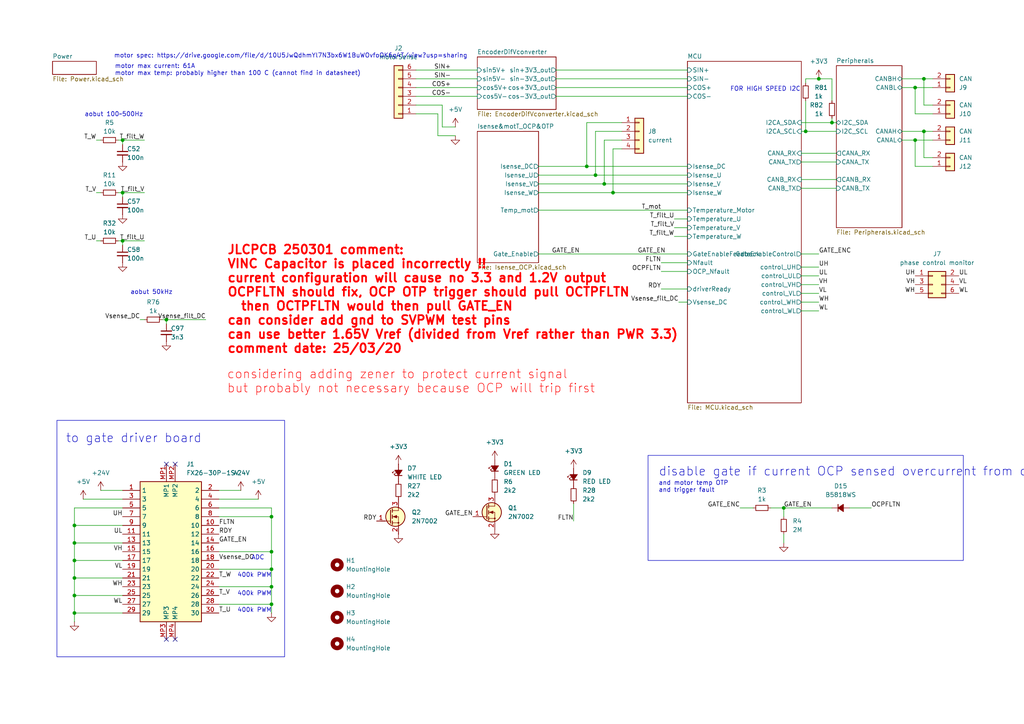
<source format=kicad_sch>
(kicad_sch (version 20231120) (generator "eeschema") (generator_version "8.0")
  (paper "A4")
  (title_block (title "INV_MainBoard_TI") (date "2025-02-28") (rev "1.4") (company "NTURacing Team") (comment 1 "郭哲明 Jack Kuo") (comment 2 "Powertrain Group"))
  (lib_symbols
    (symbol "Connector_Generic:Conn_01x02" (pin_names (offset 1.016) hide)
      (property "Reference" "J" (at 0 2.54 0))
      (property "Value" "Conn_01x02" (at 0 -5.08 0))
      (symbol "Conn_01x02_1_1"
        (rectangle (start -1.27 -2.413) (end 0 -2.667) (stroke (width 0.1524)))
        (rectangle (start -1.27 0.127) (end 0 -0.127) (stroke (width 0.1524)))
        (rectangle (start -1.27 1.27) (end 1.27 -3.81) (stroke (width 0.254)) (fill (type background)))
        (pin passive line (at -5.08 0 0) (length 3.81) (name "Pin_1") (number "1"))
        (pin passive line (at -5.08 -2.54 0) (length 3.81) (name "Pin_2") (number "2"))
      )
    )
    (symbol "Connector_Generic:Conn_01x04" (pin_names (offset 1.016) hide)
      (property "Reference" "J" (at 0 5.08 0))
      (property "Value" "Conn_01x04" (at 0 -7.62 0))
      (symbol "Conn_01x04_1_1"
        (rectangle (start -1.27 -4.953) (end 0 -5.207) (stroke (width 0.1524)))
        (rectangle (start -1.27 -2.413) (end 0 -2.667) (stroke (width 0.1524)))
        (rectangle (start -1.27 0.127) (end 0 -0.127) (stroke (width 0.1524)))
        (rectangle (start -1.27 2.667) (end 0 2.413) (stroke (width 0.1524)))
        (rectangle (start -1.27 3.81) (end 1.27 -6.35) (stroke (width 0.254)) (fill (type background)))
        (pin passive line (at -5.08 2.54 0) (length 3.81) (name "Pin_1") (number "1"))
        (pin passive line (at -5.08 0 0) (length 3.81) (name "Pin_2") (number "2"))
        (pin passive line (at -5.08 -2.54 0) (length 3.81) (name "Pin_3") (number "3"))
        (pin passive line (at -5.08 -5.08 0) (length 3.81) (name "Pin_4") (number "4"))
      )
    )
    (symbol "Connector_Generic:Conn_01x06" (pin_names (offset 1.016) hide)
      (property "Reference" "J" (at 0 7.62 0))
      (property "Value" "Conn_01x06" (at 0 -10.16 0))
      (symbol "Conn_01x06_1_1"
        (rectangle (start -1.27 -7.493) (end 0 -7.747) (stroke (width 0.1524)))
        (rectangle (start -1.27 -4.953) (end 0 -5.207) (stroke (width 0.1524)))
        (rectangle (start -1.27 -2.413) (end 0 -2.667) (stroke (width 0.1524)))
        (rectangle (start -1.27 0.127) (end 0 -0.127) (stroke (width 0.1524)))
        (rectangle (start -1.27 2.667) (end 0 2.413) (stroke (width 0.1524)))
        (rectangle (start -1.27 5.207) (end 0 4.953) (stroke (width 0.1524)))
        (rectangle (start -1.27 6.35) (end 1.27 -8.89) (stroke (width 0.254)) (fill (type background)))
        (pin passive line (at -5.08 5.08 0) (length 3.81) (name "Pin_1") (number "1"))
        (pin passive line (at -5.08 2.54 0) (length 3.81) (name "Pin_2") (number "2"))
        (pin passive line (at -5.08 0 0) (length 3.81) (name "Pin_3") (number "3"))
        (pin passive line (at -5.08 -2.54 0) (length 3.81) (name "Pin_4") (number "4"))
        (pin passive line (at -5.08 -5.08 0) (length 3.81) (name "Pin_5") (number "5"))
        (pin passive line (at -5.08 -7.62 0) (length 3.81) (name "Pin_6") (number "6"))
      )
    )
    (symbol "Connector_Generic:Conn_02x03_Odd_Even" (pin_names (offset 1.016) hide)
      (property "Reference" "J" (at 1.27 5.08 0))
      (property "Value" "Conn_02x03_Odd_Even" (at 1.27 -5.08 0))
      (symbol "Conn_02x03_Odd_Even_1_1"
        (rectangle (start -1.27 -2.413) (end 0 -2.667) (stroke (width 0.1524)))
        (rectangle (start -1.27 0.127) (end 0 -0.127) (stroke (width 0.1524)))
        (rectangle (start -1.27 2.667) (end 0 2.413) (stroke (width 0.1524)))
        (rectangle (start -1.27 3.81) (end 3.81 -3.81) (stroke (width 0.254)) (fill (type background)))
        (rectangle (start 3.81 -2.413) (end 2.54 -2.667) (stroke (width 0.1524)))
        (rectangle (start 3.81 0.127) (end 2.54 -0.127) (stroke (width 0.1524)))
        (rectangle (start 3.81 2.667) (end 2.54 2.413) (stroke (width 0.1524)))
        (pin passive line (at -5.08 2.54 0) (length 3.81) (name "Pin_1") (number "1"))
        (pin passive line (at 7.62 2.54 180) (length 3.81) (name "Pin_2") (number "2"))
        (pin passive line (at -5.08 0 0) (length 3.81) (name "Pin_3") (number "3"))
        (pin passive line (at 7.62 0 180) (length 3.81) (name "Pin_4") (number "4"))
        (pin passive line (at -5.08 -2.54 0) (length 3.81) (name "Pin_5") (number "5"))
        (pin passive line (at 7.62 -2.54 180) (length 3.81) (name "Pin_6") (number "6"))
      )
    )
    (symbol "Device:C_Small" (pin_numbers hide) (pin_names (offset 0.254) hide)
      (property "Reference" "C" (at 0.254 1.778 0))
      (property "Value" "C_Small" (at 0.254 -2.032 0))
      (symbol "C_Small_0_1"
        (polyline (pts (xy -1.524 -0.508) (xy 1.524 -0.508)) (stroke (width 0.3302)))
        (polyline (pts (xy -1.524 0.508) (xy 1.524 0.508)) (stroke (width 0.3048)))
      )
      (symbol "C_Small_1_1"
        (pin passive line (at 0 2.54 270) (length 2.032) (name "~") (number "1"))
        (pin passive line (at 0 -2.54 90) (length 2.032) (name "~") (number "2"))
      )
    )
    (symbol "Device:D_Small_Filled" (pin_numbers hide) (pin_names (offset 0.254) hide)
      (property "Reference" "D" (at -1.27 2.032 0))
      (property "Value" "D_Small_Filled" (at -3.81 -2.032 0))
      (symbol "D_Small_Filled_0_1"
        (polyline (pts (xy -0.762 -1.016) (xy -0.762 1.016)) (stroke (width 0.254)))
        (polyline (pts (xy -0.762 0) (xy 0.762 0)))
        (polyline (pts (xy 0.762 -1.016) (xy -0.762 0) (xy 0.762 1.016) (xy 0.762 -1.016)) (stroke (width 0.254)) (fill (type outline)))
      )
      (symbol "D_Small_Filled_1_1"
        (pin passive line (at -2.54 0 0) (length 1.778) (name "K") (number "1"))
        (pin passive line (at 2.54 0 180) (length 1.778) (name "A") (number "2"))
      )
    )
    (symbol "Device:LED_Small_Filled" (pin_numbers hide) (pin_names (offset 0.254) hide)
      (property "Reference" "D" (at -1.27 3.175 0))
      (property "Value" "LED_Small_Filled" (at -4.445 -2.54 0))
      (symbol "LED_Small_Filled_0_1"
        (polyline (pts (xy -0.762 -1.016) (xy -0.762 1.016)) (stroke (width 0.254)))
        (polyline (pts (xy 1.016 0) (xy -0.762 0)))
        (polyline (pts (xy 0.762 -1.016) (xy -0.762 0) (xy 0.762 1.016) (xy 0.762 -1.016)) (stroke (width 0.254)) (fill (type outline)))
        (polyline (pts (xy 0 0.762) (xy -0.508 1.27) (xy -0.254 1.27) (xy -0.508 1.27) (xy -0.508 1.016)))
        (polyline (pts (xy 0.508 1.27) (xy 0 1.778) (xy 0.254 1.778) (xy 0 1.778) (xy 0 1.524)))
      )
      (symbol "LED_Small_Filled_1_1"
        (pin passive line (at -2.54 0 0) (length 1.778) (name "K") (number "1"))
        (pin passive line (at 2.54 0 180) (length 1.778) (name "A") (number "2"))
      )
    )
    (symbol "Device:R_Small" (pin_numbers hide) (pin_names (offset 0.254) hide)
      (property "Reference" "R" (at 0.762 0.508 0))
      (property "Value" "R_Small" (at 0.762 -1.016 0))
      (symbol "R_Small_0_1"
        (rectangle (start -0.762 1.778) (end 0.762 -1.778) (stroke (width 0.2032)))
      )
      (symbol "R_Small_1_1"
        (pin passive line (at 0 2.54 270) (length 0.762) (name "~") (number "1"))
        (pin passive line (at 0 -2.54 90) (length 0.762) (name "~") (number "2"))
      )
    )
    (symbol "Mechanical:MountingHole" (pin_names (offset 1.016)) (exclude_from_sim yes) (in_bom no)
      (property "Reference" "H" (at 0 5.08 0))
      (property "Value" "MountingHole" (at 0 3.175 0))
      (symbol "MountingHole_0_1"
        (circle (center 0 0) (radius 1.27) (stroke (width 1.27)))
      )
    )
    (symbol "PCM_Transistor_MOSFET_AKL:2N7002" (pin_names hide)
      (property "Reference" "Q" (at 5.08 1.27 0))
      (property "Value" "2N7002" (at 5.08 -1.27 0))
      (symbol "2N7002_0_1"
        (polyline (pts (xy 0.254 -1.27) (xy -2.54 -1.27)))
        (polyline (pts (xy 0.254 1.905) (xy 0.254 -1.905)) (stroke (width 0.254)))
        (polyline (pts (xy 0.762 -1.778) (xy 2.54 -1.778)))
        (polyline (pts (xy 0.762 -1.27) (xy 0.762 -2.286)) (stroke (width 0.254)))
        (polyline (pts (xy 0.762 0.508) (xy 0.762 -0.508)) (stroke (width 0.254)))
        (polyline (pts (xy 0.762 2.286) (xy 0.762 1.27)) (stroke (width 0.254)))
        (polyline (pts (xy 2.54 1.778) (xy 0.762 1.778)))
        (polyline (pts (xy 2.54 2.54) (xy 2.54 1.778)))
        (polyline (pts (xy 2.54 -2.54) (xy 2.54 0) (xy 0.762 0)))
        (polyline (pts (xy 1.016 0) (xy 2.032 0.381) (xy 2.032 -0.381) (xy 1.016 0)) (fill (type outline)))
        (circle (center 1.651 0) (radius 2.794) (stroke (width 0.254)) (fill (type background)))
        (circle (center 2.54 -1.778) (radius 0.1778) (fill (type outline)))
      )
      (symbol "2N7002_1_1"
        (pin input line (at -3.81 -1.27 0) (length 2.54) (name "G") (number "1"))
        (pin passive line (at 2.54 -5.08 90) (length 2.54) (name "S") (number "2"))
        (pin passive line (at 2.54 5.08 270) (length 2.54) (name "D") (number "3"))
      )
    )
    (symbol "SamacSys_Parts_EP6:FX26-30P-1SV"
      (property "Reference" "J" (at 46.99 12.7 0))
      (property "Value" "FX26-30P-1SV" (at 46.99 10.16 0))
      (symbol "FX26-30P-1SV_1_1"
        (rectangle (start 5.08 7.62) (end 45.72 -10.16) (stroke (width 0.254)) (fill (type background)))
        (pin passive line (at 7.62 -15.24 90) (length 5.08) (name "1") (number "1"))
        (pin passive line (at 17.78 12.7 270) (length 5.08) (name "10") (number "10"))
        (pin passive line (at 20.32 -15.24 90) (length 5.08) (name "11") (number "11"))
        (pin passive line (at 20.32 12.7 270) (length 5.08) (name "12") (number "12"))
        (pin passive line (at 22.86 -15.24 90) (length 5.08) (name "13") (number "13"))
        (pin passive line (at 22.86 12.7 270) (length 5.08) (name "14") (number "14"))
        (pin passive line (at 25.4 -15.24 90) (length 5.08) (name "15") (number "15"))
        (pin passive line (at 25.4 12.7 270) (length 5.08) (name "16") (number "16"))
        (pin passive line (at 27.94 -15.24 90) (length 5.08) (name "17") (number "17"))
        (pin passive line (at 27.94 12.7 270) (length 5.08) (name "18") (number "18"))
        (pin passive line (at 30.48 -15.24 90) (length 5.08) (name "19") (number "19"))
        (pin passive line (at 7.62 12.7 270) (length 5.08) (name "2") (number "2"))
        (pin passive line (at 30.48 12.7 270) (length 5.08) (name "20") (number "20"))
        (pin passive line (at 33.02 -15.24 90) (length 5.08) (name "21") (number "21"))
        (pin passive line (at 33.02 12.7 270) (length 5.08) (name "22") (number "22"))
        (pin passive line (at 35.56 -15.24 90) (length 5.08) (name "23") (number "23"))
        (pin passive line (at 35.56 12.7 270) (length 5.08) (name "24") (number "24"))
        (pin passive line (at 38.1 -15.24 90) (length 5.08) (name "25") (number "25"))
        (pin passive line (at 38.1 12.7 270) (length 5.08) (name "26") (number "26"))
        (pin passive line (at 40.64 -15.24 90) (length 5.08) (name "27") (number "27"))
        (pin passive line (at 40.64 12.7 270) (length 5.08) (name "28") (number "28"))
        (pin passive line (at 43.18 -15.24 90) (length 5.08) (name "29") (number "29"))
        (pin passive line (at 10.16 -15.24 90) (length 5.08) (name "3") (number "3"))
        (pin passive line (at 43.18 12.7 270) (length 5.08) (name "30") (number "30"))
        (pin passive line (at 10.16 12.7 270) (length 5.08) (name "4") (number "4"))
        (pin passive line (at 12.7 -15.24 90) (length 5.08) (name "5") (number "5"))
        (pin passive line (at 12.7 12.7 270) (length 5.08) (name "6") (number "6"))
        (pin passive line (at 15.24 -15.24 90) (length 5.08) (name "7") (number "7"))
        (pin passive line (at 15.24 12.7 270) (length 5.08) (name "8") (number "8"))
        (pin passive line (at 17.78 -15.24 90) (length 5.08) (name "9") (number "9"))
        (pin passive line (at 0 -2.54 0) (length 5.08) (name "MP1") (number "MP1"))
        (pin passive line (at 0 0 0) (length 5.08) (name "MP2") (number "MP2"))
        (pin passive line (at 50.8 -2.54 180) (length 5.08) (name "MP3") (number "MP3"))
        (pin passive line (at 50.8 0 180) (length 5.08) (name "MP4") (number "MP4"))
      )
    )
    (symbol "power:+24V" (power) (pin_numbers hide) (pin_names (offset 0) hide)
      (property "Value" "+24V" (at 0 3.556 0))
      (symbol "+24V_0_1"
        (polyline (pts (xy -0.762 1.27) (xy 0 2.54)))
        (polyline (pts (xy 0 0) (xy 0 2.54)))
        (polyline (pts (xy 0 2.54) (xy 0.762 1.27)))
      )
      (symbol "+24V_1_1"
        (pin power_in line (at 0 0 90) (length 0) (name "~") (number "1"))
      )
    )
    (symbol "power:+3V3" (power) (pin_numbers hide) (pin_names (offset 0) hide)
      (property "Value" "+3V3" (at 0 3.556 0))
      (symbol "+3V3_0_1"
        (polyline (pts (xy -0.762 1.27) (xy 0 2.54)))
        (polyline (pts (xy 0 0) (xy 0 2.54)))
        (polyline (pts (xy 0 2.54) (xy 0.762 1.27)))
      )
      (symbol "+3V3_1_1"
        (pin power_in line (at 0 0 90) (length 0) (name "~") (number "1"))
      )
    )
    (symbol "power:+5V" (power) (pin_numbers hide) (pin_names (offset 0) hide)
      (property "Value" "+5V" (at 0 3.556 0))
      (symbol "+5V_0_1"
        (polyline (pts (xy -0.762 1.27) (xy 0 2.54)))
        (polyline (pts (xy 0 0) (xy 0 2.54)))
        (polyline (pts (xy 0 2.54) (xy 0.762 1.27)))
      )
      (symbol "+5V_1_1"
        (pin power_in line (at 0 0 90) (length 0) (name "~") (number "1"))
      )
    )
    (symbol "power:GND" (power) (pin_numbers hide) (pin_names (offset 0) hide)
      (property "Value" "GND" (at 0 -3.81 0))
      (symbol "GND_0_1"
        (polyline (pts (xy 0 0) (xy 0 -1.27) (xy 1.27 -1.27) (xy 0 -2.54) (xy -1.27 -1.27) (xy 0 -1.27)))
      )
      (symbol "GND_1_1"
        (pin power_in line (at 0 0 270) (length 0) (name "~") (number "1"))
      )
    )
  )
  (junction (at 21.59 157.48))
  (junction (at 35.56 55.88))
  (junction (at 35.56 69.85))
  (junction (at 78.74 160.02))
  (junction (at 170.18 48.26))
  (junction (at 177.8 55.88))
  (junction (at 21.59 167.64))
  (junction (at 265.43 40.64))
  (junction (at 233.68 38.1))
  (junction (at 21.59 162.56))
  (junction (at 172.72 50.8))
  (junction (at 78.74 170.18))
  (junction (at 267.97 38.1))
  (junction (at 265.43 25.4))
  (junction (at 35.56 40.64))
  (junction (at 21.59 177.8))
  (junction (at 21.59 172.72))
  (junction (at 237.49 22.86))
  (junction (at 78.74 175.26))
  (junction (at 175.26 53.34))
  (junction (at 241.3 35.56))
  (junction (at 21.59 152.4))
  (junction (at 48.26 92.71))
  (junction (at 267.97 22.86))
  (junction (at 78.74 165.1))
  (junction (at 227.33 147.32))
  (junction (at 78.74 149.86))
  (no_connect (at 48.26 134.62))
  (no_connect (at 50.8 185.42))
  (no_connect (at 50.8 134.62))
  (no_connect (at 48.26 185.42))
  (wire (pts (xy 180.34 43.18) (xy 177.8 43.18)))
  (wire (pts (xy 261.62 22.86) (xy 267.97 22.86)))
  (wire (pts (xy 195.58 63.5) (xy 199.39 63.5)))
  (wire (pts (xy 24.13 144.78) (xy 35.56 144.78)))
  (wire (pts (xy 241.3 22.86) (xy 241.3 29.21)))
  (wire (pts (xy 233.68 29.21) (xy 233.68 38.1)))
  (wire (pts (xy 214.63 147.32) (xy 218.44 147.32)))
  (wire (pts (xy 232.41 44.45) (xy 242.57 44.45)))
  (wire (pts (xy 232.41 38.1) (xy 233.68 38.1)))
  (wire (pts (xy 63.5 160.02) (xy 78.74 160.02)))
  (wire (pts (xy 128.27 36.83) (xy 128.27 30.48)))
  (wire (pts (xy 21.59 177.8) (xy 35.56 177.8)))
  (wire (pts (xy 29.21 142.24) (xy 35.56 142.24)))
  (wire (pts (xy 161.29 20.32) (xy 199.39 20.32)))
  (wire (pts (xy 21.59 157.48) (xy 21.59 162.56)))
  (wire (pts (xy 128.27 30.48) (xy 120.65 30.48)))
  (wire (pts (xy 252.73 147.32) (xy 246.38 147.32)))
  (wire (pts (xy 156.21 48.26) (xy 170.18 48.26)))
  (wire (pts (xy 156.21 73.66) (xy 199.39 73.66)))
  (wire (pts (xy 170.18 48.26) (xy 199.39 48.26)))
  (wire (pts (xy 232.41 54.61) (xy 242.57 54.61)))
  (wire (pts (xy 175.26 40.64) (xy 175.26 53.34)))
  (wire (pts (xy 35.56 71.12) (xy 35.56 69.85)))
  (wire (pts (xy 120.65 27.94) (xy 138.43 27.94)))
  (wire (pts (xy 161.29 27.94) (xy 199.39 27.94)))
  (wire (pts (xy 177.8 43.18) (xy 177.8 55.88)))
  (wire (pts (xy 237.49 85.09) (xy 232.41 85.09)))
  (wire (pts (xy 35.56 55.88) (xy 41.91 55.88)))
  (wire (pts (xy 78.74 165.1) (xy 78.74 160.02)))
  (wire (pts (xy 120.65 25.4) (xy 138.43 25.4)))
  (wire (pts (xy 237.49 87.63) (xy 232.41 87.63)))
  (wire (pts (xy 196.85 87.63) (xy 199.39 87.63)))
  (wire (pts (xy 120.65 22.86) (xy 138.43 22.86)))
  (wire (pts (xy 48.26 92.71) (xy 59.69 92.71)))
  (wire (pts (xy 69.85 142.24) (xy 63.5 142.24)))
  (wire (pts (xy 191.77 78.74) (xy 199.39 78.74)))
  (wire (pts (xy 156.21 50.8) (xy 172.72 50.8)))
  (wire (pts (xy 21.59 147.32) (xy 35.56 147.32)))
  (wire (pts (xy 195.58 66.04) (xy 199.39 66.04)))
  (wire (pts (xy 172.72 38.1) (xy 172.72 50.8)))
  (wire (pts (xy 166.37 151.13) (xy 166.37 146.05)))
  (wire (pts (xy 195.58 68.58) (xy 199.39 68.58)))
  (wire (pts (xy 177.8 55.88) (xy 199.39 55.88)))
  (wire (pts (xy 21.59 162.56) (xy 21.59 167.64)))
  (wire (pts (xy 270.51 48.26) (xy 265.43 48.26)))
  (wire (pts (xy 63.5 147.32) (xy 78.74 147.32)))
  (wire (pts (xy 267.97 38.1) (xy 270.51 38.1)))
  (wire (pts (xy 63.5 165.1) (xy 78.74 165.1)))
  (wire (pts (xy 233.68 24.13) (xy 233.68 22.86)))
  (wire (pts (xy 267.97 22.86) (xy 270.51 22.86)))
  (wire (pts (xy 265.43 40.64) (xy 270.51 40.64)))
  (wire (pts (xy 237.49 90.17) (xy 232.41 90.17)))
  (wire (pts (xy 241.3 34.29) (xy 241.3 35.56)))
  (wire (pts (xy 63.5 175.26) (xy 78.74 175.26)))
  (wire (pts (xy 35.56 57.15) (xy 35.56 55.88)))
  (wire (pts (xy 172.72 50.8) (xy 199.39 50.8)))
  (wire (pts (xy 21.59 147.32) (xy 21.59 152.4)))
  (wire (pts (xy 227.33 147.32) (xy 223.52 147.32)))
  (wire (pts (xy 267.97 30.48) (xy 267.97 22.86)))
  (wire (pts (xy 78.74 147.32) (xy 78.74 149.86)))
  (wire (pts (xy 180.34 35.56) (xy 170.18 35.56)))
  (wire (pts (xy 78.74 170.18) (xy 78.74 165.1)))
  (wire (pts (xy 241.3 147.32) (xy 227.33 147.32)))
  (wire (pts (xy 227.33 157.48) (xy 227.33 154.94)))
  (wire (pts (xy 270.51 45.72) (xy 267.97 45.72)))
  (wire (pts (xy 265.43 25.4) (xy 270.51 25.4)))
  (wire (pts (xy 127 33.02) (xy 120.65 33.02)))
  (wire (pts (xy 21.59 167.64) (xy 21.59 172.72)))
  (wire (pts (xy 21.59 152.4) (xy 21.59 157.48)))
  (wire (pts (xy 35.56 69.85) (xy 41.91 69.85)))
  (wire (pts (xy 127 39.37) (xy 132.08 39.37)))
  (wire (pts (xy 63.5 170.18) (xy 78.74 170.18)))
  (wire (pts (xy 270.51 30.48) (xy 267.97 30.48)))
  (wire (pts (xy 237.49 80.01) (xy 232.41 80.01)))
  (wire (pts (xy 27.94 69.85) (xy 29.21 69.85)))
  (wire (pts (xy 63.5 149.86) (xy 78.74 149.86)))
  (wire (pts (xy 21.59 157.48) (xy 35.56 157.48)))
  (wire (pts (xy 127 39.37) (xy 127 33.02)))
  (wire (pts (xy 78.74 149.86) (xy 78.74 160.02)))
  (wire (pts (xy 21.59 152.4) (xy 35.56 152.4)))
  (wire (pts (xy 48.26 92.71) (xy 46.99 92.71)))
  (wire (pts (xy 35.56 40.64) (xy 34.29 40.64)))
  (wire (pts (xy 170.18 35.56) (xy 170.18 48.26)))
  (wire (pts (xy 237.49 82.55) (xy 232.41 82.55)))
  (wire (pts (xy 35.56 41.91) (xy 35.56 40.64)))
  (wire (pts (xy 120.65 20.32) (xy 138.43 20.32)))
  (wire (pts (xy 267.97 45.72) (xy 267.97 38.1)))
  (wire (pts (xy 27.94 40.64) (xy 29.21 40.64)))
  (wire (pts (xy 237.49 73.66) (xy 232.41 73.66)))
  (wire (pts (xy 237.49 77.47) (xy 232.41 77.47)))
  (wire (pts (xy 227.33 147.32) (xy 227.33 149.86)))
  (wire (pts (xy 261.62 38.1) (xy 267.97 38.1)))
  (wire (pts (xy 21.59 177.8) (xy 21.59 180.34)))
  (wire (pts (xy 21.59 167.64) (xy 35.56 167.64)))
  (wire (pts (xy 237.49 22.86) (xy 241.3 22.86)))
  (wire (pts (xy 34.29 55.88) (xy 35.56 55.88)))
  (wire (pts (xy 233.68 38.1) (xy 242.57 38.1)))
  (wire (pts (xy 232.41 35.56) (xy 241.3 35.56)))
  (wire (pts (xy 27.94 55.88) (xy 29.21 55.88)))
  (wire (pts (xy 270.51 33.02) (xy 265.43 33.02)))
  (wire (pts (xy 35.56 69.85) (xy 34.29 69.85)))
  (wire (pts (xy 180.34 38.1) (xy 172.72 38.1)))
  (wire (pts (xy 241.3 35.56) (xy 242.57 35.56)))
  (wire (pts (xy 156.21 55.88) (xy 177.8 55.88)))
  (wire (pts (xy 48.26 93.98) (xy 48.26 92.71)))
  (wire (pts (xy 156.21 60.96) (xy 199.39 60.96)))
  (wire (pts (xy 261.62 40.64) (xy 265.43 40.64)))
  (wire (pts (xy 232.41 46.99) (xy 242.57 46.99)))
  (wire (pts (xy 21.59 172.72) (xy 35.56 172.72)))
  (wire (pts (xy 161.29 22.86) (xy 199.39 22.86)))
  (wire (pts (xy 191.77 83.82) (xy 199.39 83.82)))
  (wire (pts (xy 261.62 25.4) (xy 265.43 25.4)))
  (wire (pts (xy 132.08 36.83) (xy 128.27 36.83)))
  (wire (pts (xy 180.34 40.64) (xy 175.26 40.64)))
  (wire (pts (xy 191.77 76.2) (xy 199.39 76.2)))
  (wire (pts (xy 233.68 22.86) (xy 237.49 22.86)))
  (wire (pts (xy 161.29 25.4) (xy 199.39 25.4)))
  (wire (pts (xy 74.93 144.78) (xy 63.5 144.78)))
  (wire (pts (xy 156.21 53.34) (xy 175.26 53.34)))
  (wire (pts (xy 41.91 40.64) (xy 35.56 40.64)))
  (wire (pts (xy 175.26 53.34) (xy 199.39 53.34)))
  (wire (pts (xy 21.59 162.56) (xy 35.56 162.56)))
  (wire (pts (xy 78.74 175.26) (xy 78.74 170.18)))
  (wire (pts (xy 78.74 177.8) (xy 78.74 175.26)))
  (wire (pts (xy 265.43 33.02) (xy 265.43 25.4)))
  (wire (pts (xy 40.64 92.71) (xy 41.91 92.71)))
  (wire (pts (xy 21.59 172.72) (xy 21.59 177.8)))
  (wire (pts (xy 265.43 40.64) (xy 265.43 48.26)))
  (wire (pts (xy 232.41 52.07) (xy 242.57 52.07)))
  (rectangle (start 16.51 121.92) (end 82.55 190.5))
  (rectangle (start 187.96 132.08) (end 279.4 162.56))
  (text "motor spec: https://drive.google.com/file/d/10U5JwQdhmYl7N3bx6W1BuWOvfoOK6q4T/view?usp=sharing" (at 33.02 16.256 0) (effects (font (size 1.27 1.27)) (justify left)))
  (text "400k PWM" (at 68.834 167.64 0) (effects (font (size 1.27 1.27)) (justify left bottom)))
  (text "to gate driver board" (at 19.05 125.73 0) (effects (font (size 2.54 2.54)) (justify left top)))
  (text "and motor temp OTP" (at 191.008 140.208 0) (effects (font (size 1.27 1.27)) (justify left)))
  (text "motor max current: 61A\nmotor max temp: probably higher than 100 C (cannot find in datasheet)" (at 33.274 20.32 0) (effects (font (size 1.27 1.27)) (justify left)))
  (text "FOR HIGH SPEED I2C" (at 221.996 25.908 0) (effects (font (size 1.27 1.27))))
  (text "400k PWM" (at 68.834 172.974 0) (effects (font (size 1.27 1.27)) (justify left bottom)))
  (text "400k PWM" (at 68.834 177.8 0) (effects (font (size 1.27 1.27)) (justify left bottom)))
  (text "and trigger fault" (at 191.008 142.24 0) (effects (font (size 1.27 1.27)) (justify left)))
  (text "aobut 50kHz" (at 43.942 84.836 0) (effects (font (size 1.27 1.27))))
  (text "aobut 100~500Hz" (at 33.02 33.274 0) (effects (font (size 1.27 1.27))))
  (text "JLCPCB 250301 comment:\nVINC Capacitor is placed incorrectly !!\ncurrent configuration will cause no 3.3 and 1.2V output\nOCPFLTN should fix, OCP OTP trigger should pull OCTPFLTN\n  then OCTPFLTN would then pull GATE_EN\ncan consider add gnd to SVPWM test pins\ncan use better 1.65V Vref (divided from Vref rather than PWR 3.3)\ncomment date: 25/03/20" (at 65.786 71.12 0) (effects (font (size 2.54 2.54) (thickness 0.508) (bold yes)) (justify left top)))
  (text "disable gate if current OCP sensed overcurrent from curcuit" (at 191.008 135.382 0) (effects (font (size 2.54 2.54)) (justify left top)))
  (text "considering adding zener to protect current signal\nbut probably not necessary because OCP will trip first" (at 65.786 107.188 0) (effects (font (size 2.54 2.54)) (justify left top)))
  (text "ADC" (at 76.708 162.56 0) (effects (font (size 1.27 1.27)) (justify right bottom)))
  (label "WL" (at 278.13 85.09 0))
  (label "WH" (at 35.56 170.18 180))
  (label "FLTN" (at 191.77 76.2 180))
  (label "VL" (at 278.13 82.55 0))
  (label "Vsense_DC" (at 40.64 92.71 180))
  (label "COS+" (at 130.81 25.4 180))
  (label "T_filt_W" (at 41.91 40.64 180))
  (label "OCPFLTN" (at 191.77 78.74 180))
  (label "Vsense_filt_DC" (at 196.85 87.63 180))
  (label "Vsense_DC" (at 63.5 162.56 0))
  (label "VL" (at 35.56 165.1 180))
  (label "GATE_EN" (at 160.02 73.66 0))
  (label "WL" (at 237.49 90.17 0))
  (label "T_V" (at 63.5 172.72 0))
  (label "T_filt_V" (at 195.58 66.04 180))
  (label "GATE_EN" (at 227.33 147.32 0))
  (label "OCPFLTN" (at 252.73 147.32 0))
  (label "T_filt_U" (at 195.58 63.5 180))
  (label "UH" (at 237.49 77.47 0))
  (label "UH" (at 265.43 80.01 180))
  (label "T_filt_V" (at 41.91 55.88 180))
  (label "T_mot" (at 191.77 60.96 180))
  (label "WL" (at 35.56 175.26 180))
  (label "RDY" (at 63.5 154.94 0))
  (label "UL" (at 237.49 80.01 0))
  (label "SIN-" (at 130.81 22.86 180))
  (label "GATE_ENC" (at 214.63 147.32 180))
  (label "VH" (at 35.56 160.02 180))
  (label "SIN+" (at 130.81 20.32 180))
  (label "VH" (at 237.49 82.55 0))
  (label "COS-" (at 130.81 27.94 180))
  (label "GATE_ENC" (at 237.49 73.66 0))
  (label "T_U" (at 63.5 177.8 0))
  (label "FLTN" (at 63.5 152.4 0))
  (label "GATE_EN" (at 63.5 157.48 0))
  (label "T_W" (at 27.94 40.64 180))
  (label "RDY" (at 191.77 83.82 180))
  (label "T_W" (at 63.5 167.64 0))
  (label "GATE_EN" (at 137.16 149.86 180))
  (label "VH" (at 265.43 82.55 180))
  (label "UL" (at 278.13 80.01 0))
  (label "T_U" (at 27.94 69.85 180))
  (label "WH" (at 265.43 85.09 180))
  (label "UH" (at 35.56 149.86 180))
  (label "T_filt_U" (at 41.91 69.85 180))
  (label "Vsense_filt_DC" (at 59.69 92.71 180))
  (label "T_V" (at 27.94 55.88 180))
  (label "GATE_EN" (at 193.04 73.66 180))
  (label "T_filt_W" (at 195.58 68.58 180))
  (label "RDY" (at 109.22 151.13 180))
  (label "WH" (at 237.49 87.63 0))
  (label "FLTN" (at 166.37 151.13 180))
  (label "UL" (at 35.56 154.94 180))
  (label "VL" (at 237.49 85.09 0))
  (symbol (lib_id "Connector_Generic:Conn_01x02") (at 275.59 40.64 0) (mirror x) (unit 1)
    (property "Reference" "J11" (at 278.13 40.64 0) (effects (justify left)))
    (property "Value" "CAN" (at 278.13 38.1 0) (effects (justify left)))
    (property "Footprint" "Connector_JST:JST_XH_B2B-XH-A_1x02_P2.50mm_Vertical" (effects (hide yes)))
    (property "Description" "Generic connector, single row, 01x02, script generated (kicad-library-utils/schlib/autogen/connector/)" (effects (hide yes)))
  )
  (symbol (lib_id "Connector_Generic:Conn_02x03_Odd_Even") (at 270.51 82.55 0) (unit 1)
    (property "Reference" "J7" (at 271.78 73.66 0))
    (property "Value" "phase control monitor" (at 271.78 76.2 0))
    (property "Footprint" "Connector_PinHeader_2.54mm:PinHeader_2x03_P2.54mm_Vertical" (effects (hide yes)))
    (property "Description" "Generic connector, double row, 02x03, odd/even pin numbering scheme (row 1 odd numbers, row 2 even numbers), script generated (kicad-library-utils/schlib/autogen/connector/)" (effects (hide yes)))
  )
  (symbol (lib_id "Device:R_Small") (at 31.75 69.85 90) (mirror x) (unit 1)
    (property "Reference" "R32" (at 31.75 64.77 90))
    (property "Value" "10k" (at 31.75 67.31 90))
    (property "Footprint" "Resistor_SMD:R_0402_1005Metric" (effects (hide yes)))
    (property "Description" "Resistor, small symbol" (effects (hide yes)))
  )
  (symbol (lib_id "Mechanical:MountingHole") (at 97.79 163.83 0) (unit 1)
    (property "Reference" "H1" (at 100.33 162.56 0) (effects (justify left)))
    (property "Value" "MountingHole" (at 100.33 165.1 0) (effects (justify left)))
    (property "Footprint" "MountingHole:MountingHole_3.2mm_M3" (effects (hide yes)))
    (property "Description" "Mounting Hole without connection" (effects (hide yes)))
  )
  (symbol (lib_id "Device:LED_Small_Filled") (at 166.37 138.43 90) (unit 1)
    (property "Reference" "D9" (at 168.91 137.0965 90) (effects (justify right)))
    (property "Value" "RED LED" (at 168.91 139.6365 90) (effects (justify right)))
    (property "Footprint" "LED_SMD:LED_0805_2012Metric" (effects (hide yes)))
    (property "Description" "Light emitting diode, small symbol, filled shape" (effects (hide yes)))
  )
  (symbol (lib_id "Device:D_Small_Filled") (at 243.84 147.32 0) (unit 1)
    (property "Reference" "D15" (at 243.84 140.97 0))
    (property "Value" "B5818WS" (at 243.84 143.51 0))
    (property "Footprint" "Diode_SMD:D_SOD-323" (effects (hide yes)))
    (property "Description" "Diode, small symbol, filled shape" (effects (hide yes)))
    (property "Sim.Device" "D" (effects (hide yes)))
    (property "Sim.Pins" "1=K 2=A" (effects (hide yes)))
  )
  (symbol (lib_id "Connector_Generic:Conn_01x02") (at 275.59 33.02 0) (mirror x) (unit 1)
    (property "Reference" "J10" (at 278.13 33.02 0) (effects (justify left)))
    (property "Value" "CAN" (at 278.13 30.48 0) (effects (justify left)))
    (property "Footprint" "Connector_JST:JST_XH_B2B-XH-A_1x02_P2.50mm_Vertical" (effects (hide yes)))
    (property "Description" "Generic connector, single row, 01x02, script generated (kicad-library-utils/schlib/autogen/connector/)" (effects (hide yes)))
  )
  (symbol (lib_id "power:+3V3") (at 166.37 135.89 0) (unit 1)
    (property "Reference" "#PWR027" (effects (hide yes)))
    (property "Value" "+3V3" (at 166.37 130.81 0))
    (property "Description" "Power symbol creates a global label with name \"+3V3\"" (effects (hide yes)))
  )
  (symbol (lib_id "power:GND") (at 132.08 39.37 0) (unit 1)
    (property "Reference" "#PWR018" (effects (hide yes)))
    (property "Value" "GND" (effects (hide yes)))
    (property "Description" "Power symbol creates a global label with name \"GND\" , ground" (effects (hide yes)))
  )
  (symbol (lib_id "Device:R_Small") (at 227.33 152.4 180) (unit 1)
    (property "Reference" "R4" (at 229.87 151.13 0) (effects (justify right)))
    (property "Value" "2M" (at 229.87 153.67 0) (effects (justify right)))
    (property "Footprint" "Resistor_SMD:R_0603_1608Metric" (effects (hide yes)))
    (property "Description" "Resistor, small symbol" (effects (hide yes)))
  )
  (symbol (lib_id "SamacSys_Parts_EP6:FX26-30P-1SV") (at 50.8 134.62 270) (unit 1)
    (property "Reference" "J1" (at 54.0553 134.62 90) (effects (justify left)))
    (property "Value" "FX26-30P-1SV" (at 54.0553 137.16 90) (effects (justify left)))
    (property "Footprint" "FX2630P1SV" (effects (hide yes)))
    (property "Datasheet" "https://www.hirose.com/en/product/document?clcode=CL0576-1003-0-00&productname=FX26-30P-1SV&series=FX26&documenttype=2DDrawing&lang=en&documentid=0001311927" (effects (hide yes)))
    (property "Description" "30 Position Connector Plug, Floating Surface Mount Gold" (effects (hide yes)))
    (property "Height" "10.45" (effects (hide yes)))
    (property "Mouser Part Number" "798-FX2630P1SV" (effects (hide yes)))
    (property "Mouser Price/Stock" "https://www.mouser.co.uk/ProductDetail/Hirose-Connector/FX26-30P-1SV?qs=4ASt3YYao0VDFwZb5o0YJA%3D%3D" (effects (hide yes)))
    (property "Manufacturer_Name" "Hirose" (effects (hide yes)))
    (property "Manufacturer_Part_Number" "FX26-30P-1SV" (effects (hide yes)))
  )
  (symbol (lib_id "power:GND") (at 143.51 153.67 0) (unit 1)
    (property "Reference" "#PWR048" (effects (hide yes)))
    (property "Value" "GND" (effects (hide yes)))
    (property "Description" "Power symbol creates a global label with name \"GND\" , ground" (effects (hide yes)))
  )
  (symbol (lib_id "Device:R_Small") (at 115.57 142.24 0) (unit 1)
    (property "Reference" "R27" (at 118.11 140.97 0) (effects (justify left)))
    (property "Value" "2k2" (at 118.11 143.51 0) (effects (justify left)))
    (property "Footprint" "Resistor_SMD:R_0402_1005Metric" (effects (hide yes)))
    (property "Description" "Resistor, small symbol" (effects (hide yes)))
  )
  (symbol (lib_id "Device:R_Small") (at 241.3 31.75 0) (mirror y) (unit 1)
    (property "Reference" "R82" (at 238.76 30.48 0) (effects (justify left)))
    (property "Value" "1k" (at 238.76 33.02 0) (effects (justify left)))
    (property "Footprint" "Resistor_SMD:R_0402_1005Metric" (effects (hide yes)))
    (property "Description" "Resistor, small symbol" (effects (hide yes)))
  )
  (symbol (lib_id "Device:R_Small") (at 31.75 55.88 90) (mirror x) (unit 1)
    (property "Reference" "R11" (at 31.75 50.8 90))
    (property "Value" "10k" (at 31.75 53.34 90))
    (property "Footprint" "Resistor_SMD:R_0402_1005Metric" (effects (hide yes)))
    (property "Description" "Resistor, small symbol" (effects (hide yes)))
  )
  (symbol (lib_id "Device:C_Small") (at 48.26 96.52 0) (unit 1)
    (property "Reference" "C97" (at 49.53 95.25 0) (effects (justify left)))
    (property "Value" "3n3" (at 49.53 97.79 0) (effects (justify left)))
    (property "Footprint" "Capacitor_SMD:C_0402_1005Metric" (effects (hide yes)))
    (property "Description" "Unpolarized capacitor, small symbol" (effects (hide yes)))
  )
  (symbol (lib_id "power:GND") (at 78.74 177.8 0) (unit 1)
    (property "Reference" "#PWR0109" (effects (hide yes)))
    (property "Value" "GND" (effects (hide yes)))
    (property "Description" "Power symbol creates a global label with name \"GND\" , ground" (effects (hide yes)))
  )
  (symbol (lib_id "power:GND") (at 21.59 180.34 0) (unit 1)
    (property "Reference" "#PWR0111" (effects (hide yes)))
    (property "Value" "GND" (effects (hide yes)))
    (property "Description" "Power symbol creates a global label with name \"GND\" , ground" (effects (hide yes)))
  )
  (symbol (lib_id "Connector_Generic:Conn_01x02") (at 275.59 48.26 0) (mirror x) (unit 1)
    (property "Reference" "J12" (at 278.13 48.26 0) (effects (justify left)))
    (property "Value" "CAN" (at 278.13 45.72 0) (effects (justify left)))
    (property "Footprint" "Connector_JST:JST_XH_B2B-XH-A_1x02_P2.50mm_Vertical" (effects (hide yes)))
    (property "Description" "Generic connector, single row, 01x02, script generated (kicad-library-utils/schlib/autogen/connector/)" (effects (hide yes)))
  )
  (symbol (lib_id "Device:R_Small") (at 233.68 26.67 0) (unit 1)
    (property "Reference" "R81" (at 236.22 25.4 0) (effects (justify left)))
    (property "Value" "1k" (at 236.22 27.94 0) (effects (justify left)))
    (property "Footprint" "Resistor_SMD:R_0402_1005Metric" (effects (hide yes)))
    (property "Description" "Resistor, small symbol" (effects (hide yes)))
  )
  (symbol (lib_id "Mechanical:MountingHole") (at 97.79 171.45 0) (unit 1)
    (property "Reference" "H2" (at 100.33 170.18 0) (effects (justify left)))
    (property "Value" "MountingHole" (at 100.33 172.72 0) (effects (justify left)))
    (property "Footprint" "MountingHole:MountingHole_3.2mm_M3" (effects (hide yes)))
    (property "Description" "Mounting Hole without connection" (effects (hide yes)))
  )
  (symbol (lib_id "Connector_Generic:Conn_01x04") (at 185.42 38.1 0) (unit 1)
    (property "Reference" "J8" (at 187.96 38.1 0) (effects (justify left)))
    (property "Value" "current" (at 187.96 40.64 0) (effects (justify left)))
    (property "Footprint" "Connector_PinHeader_2.54mm:PinHeader_1x04_P2.54mm_Vertical" (effects (hide yes)))
    (property "Description" "Generic connector, single row, 01x04, script generated (kicad-library-utils/schlib/autogen/connector/)" (effects (hide yes)))
  )
  (symbol (lib_id "Connector_Generic:Conn_01x02") (at 275.59 25.4 0) (mirror x) (unit 1)
    (property "Reference" "J9" (at 278.13 25.4 0) (effects (justify left)))
    (property "Value" "CAN" (at 278.13 22.86 0) (effects (justify left)))
    (property "Footprint" "Connector_JST:JST_XH_B2B-XH-A_1x02_P2.50mm_Vertical" (effects (hide yes)))
    (property "Description" "Generic connector, single row, 01x02, script generated (kicad-library-utils/schlib/autogen/connector/)" (effects (hide yes)))
  )
  (symbol (lib_id "power:GND") (at 35.56 46.99 0) (unit 1)
    (property "Reference" "#PWR015" (effects (hide yes)))
    (property "Value" "GND" (effects (hide yes)))
    (property "Description" "Power symbol creates a global label with name \"GND\" , ground" (effects (hide yes)))
  )
  (symbol (lib_id "Device:R_Small") (at 44.45 92.71 90) (mirror x) (unit 1)
    (property "Reference" "R76" (at 44.45 87.63 90))
    (property "Value" "1k" (at 44.45 90.17 90))
    (property "Footprint" "Resistor_SMD:R_0402_1005Metric" (effects (hide yes)))
    (property "Description" "Resistor, small symbol" (effects (hide yes)))
  )
  (symbol (lib_id "PCM_Transistor_MOSFET_AKL:2N7002") (at 113.03 149.86 0) (unit 1)
    (property "Reference" "Q2" (at 119.38 148.59 0) (effects (justify left)))
    (property "Value" "2N7002" (at 119.38 151.13 0) (effects (justify left)))
    (property "Footprint" "PCM_Package_TO_SOT_SMD_AKL:SOT-23" (effects (hide yes)))
    (property "Datasheet" "https://www.tme.eu/Document/7df5cae36abdfcedddb681f5be886f05/2N7000.pdf" (effects (hide yes)))
    (property "Description" "SOT-23 N-MOSFET enchancement mode transistor, 60V, 115mA, 200mW, Alternate KiCAD Library" (effects (hide yes)))
  )
  (symbol (lib_id "Device:R_Small") (at 143.51 140.97 0) (unit 1)
    (property "Reference" "R6" (at 146.05 139.7 0) (effects (justify left)))
    (property "Value" "2k2" (at 146.05 142.24 0) (effects (justify left)))
    (property "Footprint" "Resistor_SMD:R_0402_1005Metric" (effects (hide yes)))
    (property "Description" "Resistor, small symbol" (effects (hide yes)))
  )
  (symbol (lib_id "power:GND") (at 227.33 157.48 0) (unit 1)
    (property "Reference" "#PWR011" (effects (hide yes)))
    (property "Value" "GND" (effects (hide yes)))
    (property "Description" "Power symbol creates a global label with name \"GND\" , ground" (effects (hide yes)))
  )
  (symbol (lib_id "power:GND") (at 48.26 99.06 0) (unit 1)
    (property "Reference" "#PWR0149" (effects (hide yes)))
    (property "Value" "GND" (effects (hide yes)))
    (property "Description" "Power symbol creates a global label with name \"GND\" , ground" (effects (hide yes)))
  )
  (symbol (lib_id "Device:C_Small") (at 35.56 73.66 0) (unit 1)
    (property "Reference" "C58" (at 36.83 72.39 0) (effects (justify left)))
    (property "Value" "100n" (at 36.83 74.93 0) (effects (justify left)))
    (property "Footprint" "Capacitor_SMD:C_0402_1005Metric" (effects (hide yes)))
    (property "Description" "Unpolarized capacitor, small symbol" (effects (hide yes)))
  )
  (symbol (lib_id "Mechanical:MountingHole") (at 97.79 186.69 0) (unit 1)
    (property "Reference" "H4" (at 100.33 185.42 0) (effects (justify left)))
    (property "Value" "MountingHole" (at 100.33 187.96 0) (effects (justify left)))
    (property "Footprint" "MountingHole:MountingHole_3.2mm_M3" (effects (hide yes)))
    (property "Description" "Mounting Hole without connection" (effects (hide yes)))
  )
  (symbol (lib_id "power:+3V3") (at 115.57 134.62 0) (unit 1)
    (property "Reference" "#PWR014" (effects (hide yes)))
    (property "Value" "+3V3" (at 115.57 129.54 0))
    (property "Description" "Power symbol creates a global label with name \"+3V3\"" (effects (hide yes)))
  )
  (symbol (lib_id "Mechanical:MountingHole") (at 97.79 179.07 0) (unit 1)
    (property "Reference" "H3" (at 100.33 177.8 0) (effects (justify left)))
    (property "Value" "MountingHole" (at 100.33 180.34 0) (effects (justify left)))
    (property "Footprint" "MountingHole:MountingHole_3.2mm_M3" (effects (hide yes)))
    (property "Description" "Mounting Hole without connection" (effects (hide yes)))
  )
  (symbol (lib_id "power:+5V") (at 74.93 144.78 0) (mirror y) (unit 1)
    (property "Reference" "#PWR040" (effects (hide yes)))
    (property "Value" "+5V" (at 74.93 139.7 0))
    (property "Description" "Power symbol creates a global label with name \"+5V\"" (effects (hide yes)))
  )
  (symbol (lib_id "power:+3V3") (at 143.51 133.35 0) (unit 1)
    (property "Reference" "#PWR010" (effects (hide yes)))
    (property "Value" "+3V3" (at 143.51 128.27 0))
    (property "Description" "Power symbol creates a global label with name \"+3V3\"" (effects (hide yes)))
  )
  (symbol (lib_id "power:GND") (at 115.57 154.94 0) (unit 1)
    (property "Reference" "#PWR097" (effects (hide yes)))
    (property "Value" "GND" (effects (hide yes)))
    (property "Description" "Power symbol creates a global label with name \"GND\" , ground" (effects (hide yes)))
  )
  (symbol (lib_id "Connector_Generic:Conn_01x06") (at 115.57 27.94 180) (unit 1)
    (property "Reference" "J2" (at 115.57 13.97 0))
    (property "Value" "motorSense" (at 115.57 16.51 0))
    (property "Footprint" "Connector_JST:JST_XH_B6B-XH-A_1x06_P2.50mm_Vertical" (effects (hide yes)))
    (property "Description" "Generic connector, single row, 01x06, script generated (kicad-library-utils/schlib/autogen/connector/)" (effects (hide yes)))
    (property "Specifications" "HEADER 1x8 MALE PINS 0.100” 180deg" (effects (hide yes)))
  )
  (symbol (lib_id "power:GND") (at 35.56 62.23 0) (unit 1)
    (property "Reference" "#PWR016" (effects (hide yes)))
    (property "Value" "GND" (effects (hide yes)))
    (property "Description" "Power symbol creates a global label with name \"GND\" , ground" (effects (hide yes)))
  )
  (symbol (lib_id "Device:R_Small") (at 220.98 147.32 90) (unit 1)
    (property "Reference" "R3" (at 220.98 142.24 90))
    (property "Value" "1k" (at 220.98 144.78 90))
    (property "Footprint" "Resistor_SMD:R_0402_1005Metric" (effects (hide yes)))
    (property "Description" "Resistor, small symbol" (effects (hide yes)))
  )
  (symbol (lib_id "Device:R_Small") (at 166.37 143.51 0) (unit 1)
    (property "Reference" "R28" (at 168.91 142.24 0) (effects (justify left)))
    (property "Value" "2k2" (at 168.91 144.78 0) (effects (justify left)))
    (property "Footprint" "Resistor_SMD:R_0402_1005Metric" (effects (hide yes)))
    (property "Description" "Resistor, small symbol" (effects (hide yes)))
  )
  (symbol (lib_id "power:+5V") (at 132.08 36.83 0) (unit 1)
    (property "Reference" "#PWR013" (effects (hide yes)))
    (property "Value" "+5V" (at 132.08 31.75 0))
    (property "Description" "Power symbol creates a global label with name \"+5V\"" (effects (hide yes)))
  )
  (symbol (lib_id "Device:C_Small") (at 35.56 59.69 0) (unit 1)
    (property "Reference" "C57" (at 36.83 58.42 0) (effects (justify left)))
    (property "Value" "100n" (at 36.83 60.96 0) (effects (justify left)))
    (property "Footprint" "Capacitor_SMD:C_0402_1005Metric" (effects (hide yes)))
    (property "Description" "Unpolarized capacitor, small symbol" (effects (hide yes)))
  )
  (symbol (lib_id "Device:C_Small") (at 35.56 44.45 0) (unit 1)
    (property "Reference" "C52" (at 36.83 43.18 0) (effects (justify left)))
    (property "Value" "100n" (at 36.83 45.72 0) (effects (justify left)))
    (property "Footprint" "Capacitor_SMD:C_0402_1005Metric" (effects (hide yes)))
    (property "Description" "Unpolarized capacitor, small symbol" (effects (hide yes)))
  )
  (symbol (lib_id "Device:LED_Small_Filled") (at 115.57 137.16 90) (unit 1)
    (property "Reference" "D7" (at 118.11 135.8265 90) (effects (justify right)))
    (property "Value" "WHITE LED" (at 118.11 138.3665 90) (effects (justify right)))
    (property "Footprint" "LED_SMD:LED_0805_2012Metric" (effects (hide yes)))
    (property "Description" "Light emitting diode, small symbol, filled shape" (effects (hide yes)))
  )
  (symbol (lib_id "Device:LED_Small_Filled") (at 143.51 135.89 90) (unit 1)
    (property "Reference" "D1" (at 146.05 134.5565 90) (effects (justify right)))
    (property "Value" "GREEN LED" (at 146.05 137.0965 90) (effects (justify right)))
    (property "Footprint" "LED_SMD:LED_0805_2012Metric" (effects (hide yes)))
    (property "Description" "Light emitting diode, small symbol, filled shape" (effects (hide yes)))
  )
  (symbol (lib_id "Device:R_Small") (at 31.75 40.64 90) (mirror x) (unit 1)
    (property "Reference" "R5" (at 31.75 35.56 90))
    (property "Value" "10k" (at 31.75 38.1 90))
    (property "Footprint" "Resistor_SMD:R_0402_1005Metric" (effects (hide yes)))
    (property "Description" "Resistor, small symbol" (effects (hide yes)))
  )
  (symbol (lib_id "power:+24V") (at 69.85 142.24 0) (mirror y) (unit 1)
    (property "Reference" "#PWR039" (effects (hide yes)))
    (property "Value" "+24V" (at 69.85 137.16 0))
    (property "Description" "Power symbol creates a global label with name \"+24V\"" (effects (hide yes)))
  )
  (symbol (lib_id "power:+5V") (at 24.13 144.78 0) (unit 1)
    (property "Reference" "#PWR0106" (effects (hide yes)))
    (property "Value" "+5V" (at 24.13 139.7 0))
    (property "Description" "Power symbol creates a global label with name \"+5V\"" (effects (hide yes)))
  )
  (symbol (lib_id "power:+24V") (at 29.21 142.24 0) (unit 1)
    (property "Reference" "#PWR0100" (effects (hide yes)))
    (property "Value" "+24V" (at 29.21 137.16 0))
    (property "Description" "Power symbol creates a global label with name \"+24V\"" (effects (hide yes)))
  )
  (symbol (lib_id "power:GND") (at 35.56 76.2 0) (unit 1)
    (property "Reference" "#PWR017" (effects (hide yes)))
    (property "Value" "GND" (effects (hide yes)))
    (property "Description" "Power symbol creates a global label with name \"GND\" , ground" (effects (hide yes)))
  )
  (symbol (lib_id "PCM_Transistor_MOSFET_AKL:2N7002") (at 140.97 148.59 0) (unit 1)
    (property "Reference" "Q1" (at 147.32 147.32 0) (effects (justify left)))
    (property "Value" "2N7002" (at 147.32 149.86 0) (effects (justify left)))
    (property "Footprint" "PCM_Package_TO_SOT_SMD_AKL:SOT-23" (effects (hide yes)))
    (property "Datasheet" "https://www.tme.eu/Document/7df5cae36abdfcedddb681f5be886f05/2N7000.pdf" (effects (hide yes)))
    (property "Description" "SOT-23 N-MOSFET enchancement mode transistor, 60V, 115mA, 200mW, Alternate KiCAD Library" (effects (hide yes)))
  )
  (symbol (lib_id "power:+3V3") (at 237.49 22.86 0) (unit 1)
    (property "Reference" "#PWR0178" (effects (hide yes)))
    (property "Value" "+3V3" (at 237.49 17.78 0))
    (property "Description" "Power symbol creates a global label with name \"+3V3\"" (effects (hide yes)))
  )
  (sheet (at 15.24 17.78) (size 12.7 3.81) (stroke (width 0.1524))
    (property "Sheetname" "Power" (at 15.24 17.0684 0) (effects (justify left bottom)))
    (property "Sheetfile" "Power.kicad_sch" (at 15.24 22.1746 0) (effects (justify left top)))
  )
  (sheet (at 242.57 19.05) (size 19.05 46.99) (stroke (width 0.1524))
    (property "Sheetname" "Peripherals" (at 242.57 18.3384 0) (effects (justify left bottom)))
    (property "Sheetfile" "Peripherals.kicad_sch" (at 242.57 66.6246 0) (effects (justify left top)))
    (pin "CANBH" bidirectional (at 261.62 22.86 0))
    (pin "CANBL" bidirectional (at 261.62 25.4 0))
    (pin "CANAH" bidirectional (at 261.62 38.1 0))
    (pin "CANAL" bidirectional (at 261.62 40.64 0))
    (pin "I2C_SCL" input (at 242.57 38.1 180))
    (pin "I2C_SDA" bidirectional (at 242.57 35.56 180))
    (pin "CANA_TX" input (at 242.57 46.99 180))
    (pin "CANA_RX" output (at 242.57 44.45 180))
    (pin "CANB_RX" output (at 242.57 52.07 180))
    (pin "CANB_TX" input (at 242.57 54.61 180))
  )
  (sheet (at 138.43 16.51) (size 22.86 15.24) (stroke (width 0.1524))
    (property "Sheetname" "EncoderDifVconverter" (at 138.43 15.7984 0) (effects (justify left bottom)))
    (property "Sheetfile" "EncoderDifVconverter.kicad_sch" (at 138.43 32.3346 0) (effects (justify left top)))
    (pin "sin+3V3_out" output (at 161.29 20.32 0))
    (pin "sin-3V3_out" output (at 161.29 22.86 0))
    (pin "cos+3V3_out" output (at 161.29 25.4 0))
    (pin "cos-3V3_out" output (at 161.29 27.94 0))
    (pin "cos5V-" input (at 138.43 27.94 180))
    (pin "sin5V-" input (at 138.43 22.86 180))
    (pin "cos5V+" input (at 138.43 25.4 180))
    (pin "sin5V+" input (at 138.43 20.32 180))
  )
  (sheet (at 138.43 38.1) (size 17.78 38.1) (stroke (width 0.1524))
    (property "Sheetname" "Isense&motT_OCP&OTP" (at 138.43 37.3884 0) (effects (justify left bottom)))
    (property "Sheetfile" "Isense_OCP.kicad_sch" (at 138.43 76.7846 0) (effects (justify left top)))
    (pin "Isense_U" output (at 156.21 50.8 0))
    (pin "Isense_DC" output (at 156.21 48.26 0))
    (pin "Isense_V" output (at 156.21 53.34 0))
    (pin "Isense_W" output (at 156.21 55.88 0))
    (pin "Gate_Enable" output (at 156.21 73.66 0))
    (pin "Temp_mot" output (at 156.21 60.96 0))
  )
  (sheet (at 199.39 17.78) (size 33.02 99.06) (stroke (width 0.1524))
    (property "Sheetname" "MCU" (at 199.39 17.0684 0) (effects (justify left bottom)))
    (property "Sheetfile" "MCU.kicad_sch" (at 199.39 117.4246 0) (effects (justify left top)))
    (pin "Isense_DC" input (at 199.39 48.26 180))
    (pin "driverReady" input (at 199.39 83.82 180))
    (pin "Temperature_W" input (at 199.39 68.58 180))
    (pin "Vsense_DC" input (at 199.39 87.63 180))
    (pin "Isense_U" input (at 199.39 50.8 180))
    (pin "Isense_W" input (at 199.39 55.88 180))
    (pin "GateEnableControl" output (at 232.41 73.66 0))
    (pin "GateEnableFeedback" input (at 199.39 73.66 180))
    (pin "Nfault" input (at 199.39 76.2 180))
    (pin "Isense_V" input (at 199.39 53.34 180))
    (pin "control_UH" output (at 232.41 77.47 0))
    (pin "control_VH" output (at 232.41 82.55 0))
    (pin "control_WH" output (at 232.41 87.63 0))
    (pin "control_UL" output (at 232.41 80.01 0))
    (pin "control_WL" output (at 232.41 90.17 0))
    (pin "control_VL" output (at 232.41 85.09 0))
    (pin "Temperature_V" input (at 199.39 66.04 180))
    (pin "Temperature_U" input (at 199.39 63.5 180))
    (pin "Temperature_Motor" input (at 199.39 60.96 180))
    (pin "COS-" input (at 199.39 27.94 180))
    (pin "SIN+" input (at 199.39 20.32 180))
    (pin "COS+" input (at 199.39 25.4 180))
    (pin "SIN-" input (at 199.39 22.86 180))
    (pin "CANA_RX" input (at 232.41 44.45 0))
    (pin "CANA_TX" output (at 232.41 46.99 0))
    (pin "I2CA_SDA" input (at 232.41 35.56 0))
    (pin "I2CA_SCL" input (at 232.41 38.1 0))
    (pin "CANB_RX" input (at 232.41 52.07 0))
    (pin "CANB_TX" output (at 232.41 54.61 0))
    (pin "OCP_Nfault" input (at 199.39 78.74 180))
  )
)
</source>
